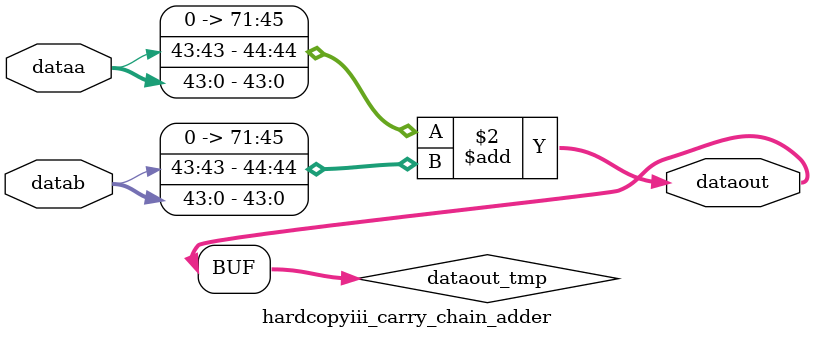
<source format=v>
module hardcopyiii_carry_chain_adder(
                               dataa,
                               datab,
                               dataout
                               );
// INPUT PORTS
input [71 : 0 ]  dataa;
input [71 : 0 ] datab;
// OUTPUT PORTS
output [71  :0] dataout;
reg[71:0] dataout_tmp;
specify
    (dataa  *> dataout)             = (0, 0);
    (datab *> dataout)             = (0, 0);
endspecify
assign dataout = dataout_tmp;
initial
    begin
        dataout_tmp = 72'b0;
    end
always@(dataa or datab)
    begin
       dataout_tmp = {dataa[43],dataa[43:0]}  + {datab[43],datab[43:0]};
    end
endmodule
</source>
